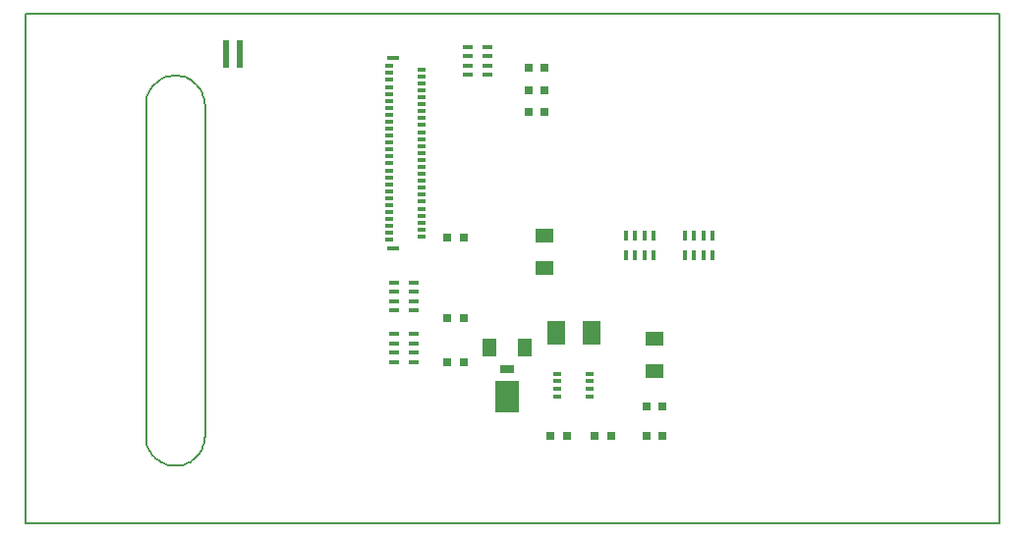
<source format=gbr>
%FSTAX23Y23*%
%MOIN*%
%SFA1B1*%

%IPPOS*%
%ADD13C,0.005000*%
%ADD18R,0.060000X0.050000*%
%ADD19R,0.050000X0.060000*%
%ADD20R,0.050000X0.030000*%
%ADD21R,0.079000X0.105000*%
%ADD22R,0.035000X0.016000*%
%ADD23R,0.016000X0.035000*%
%ADD24R,0.031000X0.012000*%
%ADD25R,0.030000X0.030000*%
%ADD26R,0.059000X0.079000*%
%ADD27R,0.059000X0.079000*%
%ADD28R,0.039000X0.016000*%
%ADD29R,0.020000X0.098000*%
%LNmb694-1*%
%LPD*%
G54D13*
X00524Y01263D02*
D01*
X00523Y01269*
X00523Y01276*
X00521Y01283*
X0052Y0129*
X00517Y01297*
X00515Y01303*
X00512Y01309*
X00508Y01315*
X00504Y01321*
X005Y01327*
X00495Y01332*
X0049Y01337*
X00485Y01341*
X00479Y01345*
X00474Y01349*
X00467Y01352*
X00461Y01355*
X00454Y01358*
X00448Y0136*
X00441Y01361*
X00434Y01362*
X00427Y01362*
X0042*
X00413Y01362*
X00406Y01361*
X00399Y0136*
X00393Y01358*
X00386Y01355*
X0038Y01352*
X00373Y01349*
X00368Y01345*
X00362Y01341*
X00357Y01337*
X00352Y01332*
X00347Y01327*
X00343Y01321*
X00339Y01315*
X00335Y01309*
X00332Y01303*
X0033Y01297*
X00327Y0129*
X00326Y01283*
X00324Y01276*
X00324Y01269*
X00324Y01263*
Y00138D02*
D01*
X00324Y00131*
X00324Y00124*
X00326Y00117*
X00327Y0011*
X0033Y00103*
X00332Y00097*
X00335Y00091*
X00339Y00085*
X00343Y00079*
X00347Y00073*
X00352Y00068*
X00357Y00063*
X00362Y00059*
X00368Y00055*
X00374Y00051*
X0038Y00048*
X00386Y00045*
X00393Y00042*
X00399Y0004*
X00406Y00039*
X00413Y00038*
X0042Y00038*
X00427*
X00434Y00038*
X00441Y00039*
X00448Y0004*
X00454Y00042*
X00461Y00045*
X00467Y00048*
X00474Y00051*
X00479Y00055*
X00485Y00059*
X0049Y00063*
X00495Y00068*
X005Y00073*
X00504Y00079*
X00508Y00085*
X00512Y00091*
X00515Y00097*
X00517Y00103*
X0052Y0011*
X00521Y00117*
X00523Y00124*
X00523Y00131*
X00524Y00138*
X-00086Y01573D02*
X03219D01*
X03218Y-00158D02*
X03219Y-00157D01*
Y01573*
X00324Y00138D02*
Y01263D01*
X00524Y00138D02*
Y01258D01*
X-00086Y-00158D02*
Y01573D01*
Y-00158D02*
X03218D01*
G54D18*
X01674Y00708D03*
Y00818D03*
X02049Y00468D03*
Y00358D03*
G54D19*
X01489Y00438D03*
X01609D03*
G54D20*
X01549Y00365D03*
G54D21*
X01549Y00273D03*
G54D22*
X01232Y00485D03*
Y0039D03*
Y00453D03*
X01165Y00485D03*
Y0039D03*
Y00453D03*
Y00422D03*
X01232D03*
Y00597D03*
X01165D03*
Y00628D03*
Y00565D03*
Y0066D03*
X01232Y00628D03*
Y00565D03*
Y0066D03*
X01482Y01397D03*
X01415D03*
Y01428D03*
Y01365D03*
Y0146D03*
X01482Y01428D03*
Y01365D03*
Y0146D03*
G54D23*
X02246Y00754D03*
X02152D03*
X02215D03*
X02246Y00821D03*
X02152D03*
X02215D03*
X02183D03*
Y00754D03*
X01983D03*
Y00821D03*
X02015D03*
X01952D03*
X02046D03*
X02015Y00754D03*
X01952D03*
X02046D03*
G54D24*
X01829Y00351D03*
Y003D03*
Y00326D03*
Y00274D03*
X01719D03*
Y003D03*
Y00326D03*
Y00351D03*
X01259Y01265D03*
Y01242D03*
Y01218D03*
Y01195D03*
Y01171D03*
Y01147D03*
Y01124D03*
Y011D03*
Y01076D03*
Y0136D03*
Y01383D03*
X01149Y01254D03*
Y0123D03*
Y01206D03*
Y01183D03*
Y01159D03*
Y01135D03*
Y01112D03*
Y01088D03*
Y01065D03*
Y01372D03*
X01259Y00864D03*
X01149Y00946D03*
X01259Y00958D03*
X01149Y01277D03*
X01259Y01289D03*
X01149Y01301D03*
X01259Y01313D03*
X01149Y01324D03*
X01259Y01336D03*
X01149Y01348D03*
Y01395D03*
Y01041D03*
Y01017D03*
Y00994D03*
Y0097D03*
X01259Y01053D03*
Y01029D03*
Y01006D03*
Y00982D03*
Y00935D03*
X01149Y00923D03*
X01259Y00911D03*
X01149Y00899D03*
X01259Y00887D03*
X01149Y00876D03*
Y00852D03*
X01259Y0084D03*
X01149Y00828D03*
X01259Y00817D03*
X01149Y00805D03*
G54D25*
X01621Y01238D03*
X01346Y00388D03*
Y00813D03*
X01751Y00138D03*
X01846D03*
X01621Y01313D03*
Y01388D03*
X02021Y00238D03*
Y00138D03*
X01676Y01313D03*
Y01388D03*
Y01238D03*
X01901Y00138D03*
X01696D03*
X02076D03*
X01401Y00813D03*
Y00388D03*
X02076Y00238D03*
X01401Y00538D03*
X01346D03*
G54D26*
X01714Y00488D03*
G54D27*
X01834Y00488D03*
G54D28*
X01161Y01423D03*
Y00777D03*
G54D29*
X00643Y01435D03*
X00596D03*
M02*
</source>
